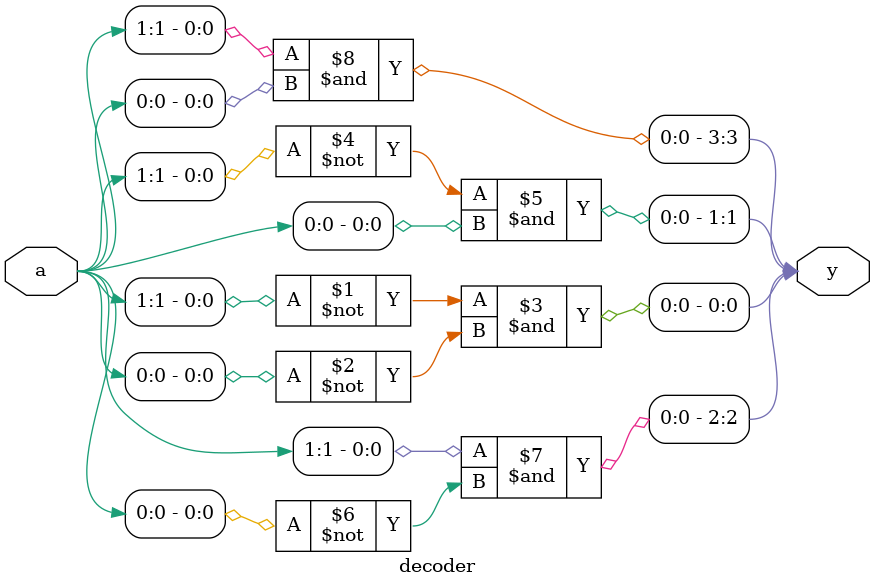
<source format=v>
module decoder(a,y);
input [1:0]a;
output[3:0]y;
assign y[0]=~a[1]&~a[0];
assign y[1]=~a[1]&a[0];
assign y[2]=a[1]&~a[0];
assign y[3]=a[1]&a[0];
endmodule

</source>
